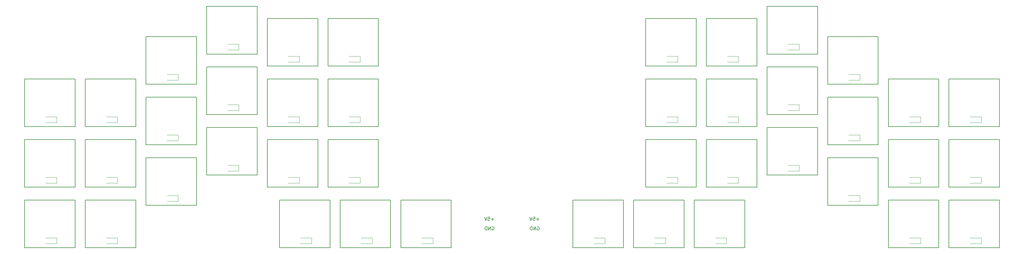
<source format=gbo>
G04 #@! TF.GenerationSoftware,KiCad,Pcbnew,7.0.5-0*
G04 #@! TF.CreationDate,2023-06-04T16:05:39+02:00*
G04 #@! TF.ProjectId,kbd,6b62642e-6b69-4636-9164-5f7063625858,v1.0.0*
G04 #@! TF.SameCoordinates,Original*
G04 #@! TF.FileFunction,Legend,Bot*
G04 #@! TF.FilePolarity,Positive*
%FSLAX46Y46*%
G04 Gerber Fmt 4.6, Leading zero omitted, Abs format (unit mm)*
G04 Created by KiCad (PCBNEW 7.0.5-0) date 2023-06-04 16:05:39*
%MOMM*%
%LPD*%
G01*
G04 APERTURE LIST*
%ADD10C,0.150000*%
%ADD11C,0.120000*%
G04 APERTURE END LIST*
D10*
X243298207Y-98673866D02*
X242536303Y-98673866D01*
X242917255Y-99054819D02*
X242917255Y-98292914D01*
X241583922Y-98054819D02*
X242060112Y-98054819D01*
X242060112Y-98054819D02*
X242107731Y-98531009D01*
X242107731Y-98531009D02*
X242060112Y-98483390D01*
X242060112Y-98483390D02*
X241964874Y-98435771D01*
X241964874Y-98435771D02*
X241726779Y-98435771D01*
X241726779Y-98435771D02*
X241631541Y-98483390D01*
X241631541Y-98483390D02*
X241583922Y-98531009D01*
X241583922Y-98531009D02*
X241536303Y-98626247D01*
X241536303Y-98626247D02*
X241536303Y-98864342D01*
X241536303Y-98864342D02*
X241583922Y-98959580D01*
X241583922Y-98959580D02*
X241631541Y-99007200D01*
X241631541Y-99007200D02*
X241726779Y-99054819D01*
X241726779Y-99054819D02*
X241964874Y-99054819D01*
X241964874Y-99054819D02*
X242060112Y-99007200D01*
X242060112Y-99007200D02*
X242107731Y-98959580D01*
X241250588Y-98054819D02*
X240917255Y-99054819D01*
X240917255Y-99054819D02*
X240583922Y-98054819D01*
X242774398Y-100902438D02*
X242869636Y-100854819D01*
X242869636Y-100854819D02*
X243012493Y-100854819D01*
X243012493Y-100854819D02*
X243155350Y-100902438D01*
X243155350Y-100902438D02*
X243250588Y-100997676D01*
X243250588Y-100997676D02*
X243298207Y-101092914D01*
X243298207Y-101092914D02*
X243345826Y-101283390D01*
X243345826Y-101283390D02*
X243345826Y-101426247D01*
X243345826Y-101426247D02*
X243298207Y-101616723D01*
X243298207Y-101616723D02*
X243250588Y-101711961D01*
X243250588Y-101711961D02*
X243155350Y-101807200D01*
X243155350Y-101807200D02*
X243012493Y-101854819D01*
X243012493Y-101854819D02*
X242917255Y-101854819D01*
X242917255Y-101854819D02*
X242774398Y-101807200D01*
X242774398Y-101807200D02*
X242726779Y-101759580D01*
X242726779Y-101759580D02*
X242726779Y-101426247D01*
X242726779Y-101426247D02*
X242917255Y-101426247D01*
X242298207Y-101854819D02*
X242298207Y-100854819D01*
X242298207Y-100854819D02*
X241726779Y-101854819D01*
X241726779Y-101854819D02*
X241726779Y-100854819D01*
X241250588Y-101854819D02*
X241250588Y-100854819D01*
X241250588Y-100854819D02*
X241012493Y-100854819D01*
X241012493Y-100854819D02*
X240869636Y-100902438D01*
X240869636Y-100902438D02*
X240774398Y-100997676D01*
X240774398Y-100997676D02*
X240726779Y-101092914D01*
X240726779Y-101092914D02*
X240679160Y-101283390D01*
X240679160Y-101283390D02*
X240679160Y-101426247D01*
X240679160Y-101426247D02*
X240726779Y-101616723D01*
X240726779Y-101616723D02*
X240774398Y-101711961D01*
X240774398Y-101711961D02*
X240869636Y-101807200D01*
X240869636Y-101807200D02*
X241012493Y-101854819D01*
X241012493Y-101854819D02*
X241250588Y-101854819D01*
X230053220Y-98673866D02*
X229291316Y-98673866D01*
X229672268Y-99054819D02*
X229672268Y-98292914D01*
X228338935Y-98054819D02*
X228815125Y-98054819D01*
X228815125Y-98054819D02*
X228862744Y-98531009D01*
X228862744Y-98531009D02*
X228815125Y-98483390D01*
X228815125Y-98483390D02*
X228719887Y-98435771D01*
X228719887Y-98435771D02*
X228481792Y-98435771D01*
X228481792Y-98435771D02*
X228386554Y-98483390D01*
X228386554Y-98483390D02*
X228338935Y-98531009D01*
X228338935Y-98531009D02*
X228291316Y-98626247D01*
X228291316Y-98626247D02*
X228291316Y-98864342D01*
X228291316Y-98864342D02*
X228338935Y-98959580D01*
X228338935Y-98959580D02*
X228386554Y-99007200D01*
X228386554Y-99007200D02*
X228481792Y-99054819D01*
X228481792Y-99054819D02*
X228719887Y-99054819D01*
X228719887Y-99054819D02*
X228815125Y-99007200D01*
X228815125Y-99007200D02*
X228862744Y-98959580D01*
X228005601Y-98054819D02*
X227672268Y-99054819D01*
X227672268Y-99054819D02*
X227338935Y-98054819D01*
X229529411Y-100902438D02*
X229624649Y-100854819D01*
X229624649Y-100854819D02*
X229767506Y-100854819D01*
X229767506Y-100854819D02*
X229910363Y-100902438D01*
X229910363Y-100902438D02*
X230005601Y-100997676D01*
X230005601Y-100997676D02*
X230053220Y-101092914D01*
X230053220Y-101092914D02*
X230100839Y-101283390D01*
X230100839Y-101283390D02*
X230100839Y-101426247D01*
X230100839Y-101426247D02*
X230053220Y-101616723D01*
X230053220Y-101616723D02*
X230005601Y-101711961D01*
X230005601Y-101711961D02*
X229910363Y-101807200D01*
X229910363Y-101807200D02*
X229767506Y-101854819D01*
X229767506Y-101854819D02*
X229672268Y-101854819D01*
X229672268Y-101854819D02*
X229529411Y-101807200D01*
X229529411Y-101807200D02*
X229481792Y-101759580D01*
X229481792Y-101759580D02*
X229481792Y-101426247D01*
X229481792Y-101426247D02*
X229672268Y-101426247D01*
X229053220Y-101854819D02*
X229053220Y-100854819D01*
X229053220Y-100854819D02*
X228481792Y-101854819D01*
X228481792Y-101854819D02*
X228481792Y-100854819D01*
X228005601Y-101854819D02*
X228005601Y-100854819D01*
X228005601Y-100854819D02*
X227767506Y-100854819D01*
X227767506Y-100854819D02*
X227624649Y-100902438D01*
X227624649Y-100902438D02*
X227529411Y-100997676D01*
X227529411Y-100997676D02*
X227481792Y-101092914D01*
X227481792Y-101092914D02*
X227434173Y-101283390D01*
X227434173Y-101283390D02*
X227434173Y-101426247D01*
X227434173Y-101426247D02*
X227481792Y-101616723D01*
X227481792Y-101616723D02*
X227529411Y-101711961D01*
X227529411Y-101711961D02*
X227624649Y-101807200D01*
X227624649Y-101807200D02*
X227767506Y-101854819D01*
X227767506Y-101854819D02*
X228005601Y-101854819D01*
G04 #@! TO.C,S13*
X163679992Y-75269836D02*
X163679992Y-89269836D01*
X163679992Y-89269836D02*
X178479992Y-89269836D01*
X178479992Y-75269836D02*
X163679992Y-75269836D01*
X178479992Y-89269836D02*
X178479992Y-75269836D01*
G04 #@! TO.C,S14*
X163679992Y-57499836D02*
X163679992Y-71499836D01*
X163679992Y-71499836D02*
X178479992Y-71499836D01*
X178479992Y-57499836D02*
X163679992Y-57499836D01*
X178479992Y-71499836D02*
X178479992Y-57499836D01*
G04 #@! TO.C,S34*
X292299992Y-75269836D02*
X292299992Y-89269836D01*
X292299992Y-89269836D02*
X307099992Y-89269836D01*
X307099992Y-75269836D02*
X292299992Y-75269836D01*
X307099992Y-89269836D02*
X307099992Y-75269836D01*
G04 #@! TO.C,S6*
X110369992Y-57499836D02*
X110369992Y-71499836D01*
X110369992Y-71499836D02*
X125169992Y-71499836D01*
X125169992Y-57499836D02*
X110369992Y-57499836D01*
X125169992Y-71499836D02*
X125169992Y-57499836D01*
G04 #@! TO.C,S7*
X128139992Y-80600836D02*
X128139992Y-94600836D01*
X128139992Y-94600836D02*
X142939992Y-94600836D01*
X142939992Y-80600836D02*
X128139992Y-80600836D01*
X142939992Y-94600836D02*
X142939992Y-80600836D01*
G04 #@! TO.C,S19*
X167233992Y-93039836D02*
X167233992Y-107039836D01*
X167233992Y-107039836D02*
X182033992Y-107039836D01*
X182033992Y-93039836D02*
X167233992Y-93039836D01*
X182033992Y-107039836D02*
X182033992Y-93039836D01*
G04 #@! TO.C,S9*
X128139992Y-45060836D02*
X128139992Y-59060836D01*
X128139992Y-59060836D02*
X142939992Y-59060836D01*
X142939992Y-45060836D02*
X128139992Y-45060836D01*
X142939992Y-59060836D02*
X142939992Y-45060836D01*
G04 #@! TO.C,S1*
X92599992Y-93039836D02*
X92599992Y-107039836D01*
X92599992Y-107039836D02*
X107399992Y-107039836D01*
X107399992Y-93039836D02*
X92599992Y-93039836D01*
X107399992Y-107039836D02*
X107399992Y-93039836D01*
G04 #@! TO.C,S11*
X145909992Y-53945836D02*
X145909992Y-67945836D01*
X145909992Y-67945836D02*
X160709992Y-67945836D01*
X160709992Y-53945836D02*
X145909992Y-53945836D01*
X160709992Y-67945836D02*
X160709992Y-53945836D01*
G04 #@! TO.C,S22*
X363379992Y-93039836D02*
X363379992Y-107039836D01*
X363379992Y-107039836D02*
X378179992Y-107039836D01*
X378179992Y-93039836D02*
X363379992Y-93039836D01*
X378179992Y-107039836D02*
X378179992Y-93039836D01*
G04 #@! TO.C,S36*
X292299992Y-39729836D02*
X292299992Y-53729836D01*
X292299992Y-53729836D02*
X307099992Y-53729836D01*
X307099992Y-39729836D02*
X292299992Y-39729836D01*
X307099992Y-53729836D02*
X307099992Y-39729836D01*
G04 #@! TO.C,S12*
X145909992Y-36175836D02*
X145909992Y-50175836D01*
X145909992Y-50175836D02*
X160709992Y-50175836D01*
X160709992Y-36175836D02*
X145909992Y-36175836D01*
X160709992Y-50175836D02*
X160709992Y-36175836D01*
G04 #@! TO.C,S40*
X288745992Y-93039836D02*
X288745992Y-107039836D01*
X288745992Y-107039836D02*
X303545992Y-107039836D01*
X303545992Y-93039836D02*
X288745992Y-93039836D01*
X303545992Y-107039836D02*
X303545992Y-93039836D01*
G04 #@! TO.C,S3*
X92599992Y-57499836D02*
X92599992Y-71499836D01*
X92599992Y-71499836D02*
X107399992Y-71499836D01*
X107399992Y-57499836D02*
X92599992Y-57499836D01*
X107399992Y-71499836D02*
X107399992Y-57499836D01*
G04 #@! TO.C,S15*
X163679992Y-39729836D02*
X163679992Y-53729836D01*
X163679992Y-53729836D02*
X178479992Y-53729836D01*
X178479992Y-39729836D02*
X163679992Y-39729836D01*
X178479992Y-53729836D02*
X178479992Y-39729836D01*
G04 #@! TO.C,S5*
X110369992Y-75269836D02*
X110369992Y-89269836D01*
X110369992Y-89269836D02*
X125169992Y-89269836D01*
X125169992Y-75269836D02*
X110369992Y-75269836D01*
X125169992Y-89269836D02*
X125169992Y-75269836D01*
G04 #@! TO.C,S10*
X145909992Y-71715836D02*
X145909992Y-85715836D01*
X145909992Y-85715836D02*
X160709992Y-85715836D01*
X160709992Y-71715836D02*
X145909992Y-71715836D01*
X160709992Y-85715836D02*
X160709992Y-71715836D01*
G04 #@! TO.C,S30*
X327839992Y-45060836D02*
X327839992Y-59060836D01*
X327839992Y-59060836D02*
X342639992Y-59060836D01*
X342639992Y-45060836D02*
X327839992Y-45060836D01*
X342639992Y-59060836D02*
X342639992Y-45060836D01*
G04 #@! TO.C,S20*
X185003992Y-93039836D02*
X185003992Y-107039836D01*
X185003992Y-107039836D02*
X199803992Y-107039836D01*
X199803992Y-93039836D02*
X185003992Y-93039836D01*
X199803992Y-107039836D02*
X199803992Y-93039836D01*
G04 #@! TO.C,S42*
X253205992Y-93039836D02*
X253205992Y-107039836D01*
X253205992Y-107039836D02*
X268005992Y-107039836D01*
X268005992Y-93039836D02*
X253205992Y-93039836D01*
X268005992Y-107039836D02*
X268005992Y-93039836D01*
G04 #@! TO.C,S28*
X327839992Y-80600836D02*
X327839992Y-94600836D01*
X327839992Y-94600836D02*
X342639992Y-94600836D01*
X342639992Y-80600836D02*
X327839992Y-80600836D01*
X342639992Y-94600836D02*
X342639992Y-80600836D01*
G04 #@! TO.C,S33*
X310069992Y-36175836D02*
X310069992Y-50175836D01*
X310069992Y-50175836D02*
X324869992Y-50175836D01*
X324869992Y-36175836D02*
X310069992Y-36175836D01*
X324869992Y-50175836D02*
X324869992Y-36175836D01*
G04 #@! TO.C,S32*
X310069992Y-53945836D02*
X310069992Y-67945836D01*
X310069992Y-67945836D02*
X324869992Y-67945836D01*
X324869992Y-53945836D02*
X310069992Y-53945836D01*
X324869992Y-67945836D02*
X324869992Y-53945836D01*
G04 #@! TO.C,S25*
X345609992Y-93039836D02*
X345609992Y-107039836D01*
X345609992Y-107039836D02*
X360409992Y-107039836D01*
X360409992Y-93039836D02*
X345609992Y-93039836D01*
X360409992Y-107039836D02*
X360409992Y-93039836D01*
G04 #@! TO.C,S4*
X110369992Y-93039836D02*
X110369992Y-107039836D01*
X110369992Y-107039836D02*
X125169992Y-107039836D01*
X125169992Y-93039836D02*
X110369992Y-93039836D01*
X125169992Y-107039836D02*
X125169992Y-93039836D01*
G04 #@! TO.C,S21*
X202773992Y-93039836D02*
X202773992Y-107039836D01*
X202773992Y-107039836D02*
X217573992Y-107039836D01*
X217573992Y-93039836D02*
X202773992Y-93039836D01*
X217573992Y-107039836D02*
X217573992Y-93039836D01*
G04 #@! TO.C,S16*
X181449992Y-75269836D02*
X181449992Y-89269836D01*
X181449992Y-89269836D02*
X196249992Y-89269836D01*
X196249992Y-75269836D02*
X181449992Y-75269836D01*
X196249992Y-89269836D02*
X196249992Y-75269836D01*
G04 #@! TO.C,S41*
X270975992Y-93039836D02*
X270975992Y-107039836D01*
X270975992Y-107039836D02*
X285775992Y-107039836D01*
X285775992Y-93039836D02*
X270975992Y-93039836D01*
X285775992Y-107039836D02*
X285775992Y-93039836D01*
G04 #@! TO.C,S23*
X363379992Y-75269836D02*
X363379992Y-89269836D01*
X363379992Y-89269836D02*
X378179992Y-89269836D01*
X378179992Y-75269836D02*
X363379992Y-75269836D01*
X378179992Y-89269836D02*
X378179992Y-75269836D01*
G04 #@! TO.C,S2*
X92599992Y-75269836D02*
X92599992Y-89269836D01*
X92599992Y-89269836D02*
X107399992Y-89269836D01*
X107399992Y-75269836D02*
X92599992Y-75269836D01*
X107399992Y-89269836D02*
X107399992Y-75269836D01*
G04 #@! TO.C,S38*
X274529992Y-57499836D02*
X274529992Y-71499836D01*
X274529992Y-71499836D02*
X289329992Y-71499836D01*
X289329992Y-57499836D02*
X274529992Y-57499836D01*
X289329992Y-71499836D02*
X289329992Y-57499836D01*
G04 #@! TO.C,S27*
X345609992Y-57499836D02*
X345609992Y-71499836D01*
X345609992Y-71499836D02*
X360409992Y-71499836D01*
X360409992Y-57499836D02*
X345609992Y-57499836D01*
X360409992Y-71499836D02*
X360409992Y-57499836D01*
G04 #@! TO.C,S8*
X128139992Y-62830836D02*
X128139992Y-76830836D01*
X128139992Y-76830836D02*
X142939992Y-76830836D01*
X142939992Y-62830836D02*
X128139992Y-62830836D01*
X142939992Y-76830836D02*
X142939992Y-62830836D01*
G04 #@! TO.C,S29*
X327839992Y-62830836D02*
X327839992Y-76830836D01*
X327839992Y-76830836D02*
X342639992Y-76830836D01*
X342639992Y-62830836D02*
X327839992Y-62830836D01*
X342639992Y-76830836D02*
X342639992Y-62830836D01*
G04 #@! TO.C,S35*
X292299992Y-57499836D02*
X292299992Y-71499836D01*
X292299992Y-71499836D02*
X307099992Y-71499836D01*
X307099992Y-57499836D02*
X292299992Y-57499836D01*
X307099992Y-71499836D02*
X307099992Y-57499836D01*
G04 #@! TO.C,S24*
X363379992Y-57499836D02*
X363379992Y-71499836D01*
X363379992Y-71499836D02*
X378179992Y-71499836D01*
X378179992Y-57499836D02*
X363379992Y-57499836D01*
X378179992Y-71499836D02*
X378179992Y-57499836D01*
G04 #@! TO.C,S37*
X274529992Y-75269836D02*
X274529992Y-89269836D01*
X274529992Y-89269836D02*
X289329992Y-89269836D01*
X289329992Y-75269836D02*
X274529992Y-75269836D01*
X289329992Y-89269836D02*
X289329992Y-75269836D01*
G04 #@! TO.C,S39*
X274529992Y-39729836D02*
X274529992Y-53729836D01*
X274529992Y-53729836D02*
X289329992Y-53729836D01*
X289329992Y-39729836D02*
X274529992Y-39729836D01*
X289329992Y-53729836D02*
X289329992Y-39729836D01*
G04 #@! TO.C,S26*
X345609992Y-75269836D02*
X345609992Y-89269836D01*
X345609992Y-89269836D02*
X360409992Y-89269836D01*
X360409992Y-75269836D02*
X345609992Y-75269836D01*
X360409992Y-89269836D02*
X360409992Y-75269836D01*
G04 #@! TO.C,S18*
X181449992Y-39729836D02*
X181449992Y-53729836D01*
X181449992Y-53729836D02*
X196249992Y-53729836D01*
X196249992Y-39729836D02*
X181449992Y-39729836D01*
X196249992Y-53729836D02*
X196249992Y-39729836D01*
G04 #@! TO.C,S17*
X181449992Y-57499836D02*
X181449992Y-71499836D01*
X181449992Y-71499836D02*
X196249992Y-71499836D01*
X196249992Y-57499836D02*
X181449992Y-57499836D01*
X196249992Y-71499836D02*
X196249992Y-57499836D01*
G04 #@! TO.C,S31*
X310069992Y-71715836D02*
X310069992Y-85715836D01*
X310069992Y-85715836D02*
X324869992Y-85715836D01*
X324869992Y-71715836D02*
X310069992Y-71715836D01*
X324869992Y-85715836D02*
X324869992Y-71715836D01*
D11*
G04 #@! TO.C,D33*
X319480000Y-48986000D02*
X316220000Y-48986000D01*
X319480000Y-47286000D02*
X319480000Y-48986000D01*
X319480000Y-47286000D02*
X316220000Y-47286000D01*
G04 #@! TO.C,D5*
X119780000Y-88080000D02*
X116520000Y-88080000D01*
X119780000Y-86380000D02*
X119780000Y-88080000D01*
X119780000Y-86380000D02*
X116520000Y-86380000D01*
G04 #@! TO.C,D3*
X102010000Y-70310000D02*
X98750000Y-70310000D01*
X102010000Y-68610000D02*
X102010000Y-70310000D01*
X102010000Y-68610000D02*
X98750000Y-68610000D01*
G04 #@! TO.C,D7*
X137550000Y-93411000D02*
X134290000Y-93411000D01*
X137550000Y-91711000D02*
X137550000Y-93411000D01*
X137550000Y-91711000D02*
X134290000Y-91711000D01*
G04 #@! TO.C,D20*
X194414000Y-105850000D02*
X191154000Y-105850000D01*
X194414000Y-104150000D02*
X194414000Y-105850000D01*
X194414000Y-104150000D02*
X191154000Y-104150000D01*
G04 #@! TO.C,D27*
X355020000Y-70310000D02*
X351760000Y-70310000D01*
X355020000Y-68610000D02*
X355020000Y-70310000D01*
X355020000Y-68610000D02*
X351760000Y-68610000D01*
G04 #@! TO.C,D18*
X190860000Y-52540000D02*
X187600000Y-52540000D01*
X190860000Y-50840000D02*
X190860000Y-52540000D01*
X190860000Y-50840000D02*
X187600000Y-50840000D01*
G04 #@! TO.C,D35*
X301710000Y-70310000D02*
X298450000Y-70310000D01*
X301710000Y-68610000D02*
X301710000Y-70310000D01*
X301710000Y-68610000D02*
X298450000Y-68610000D01*
G04 #@! TO.C,D31*
X319480000Y-84526000D02*
X316220000Y-84526000D01*
X319480000Y-82826000D02*
X319480000Y-84526000D01*
X319480000Y-82826000D02*
X316220000Y-82826000D01*
G04 #@! TO.C,D15*
X173090000Y-52540000D02*
X169830000Y-52540000D01*
X173090000Y-50840000D02*
X173090000Y-52540000D01*
X173090000Y-50840000D02*
X169830000Y-50840000D01*
G04 #@! TO.C,D24*
X372790000Y-70310000D02*
X369530000Y-70310000D01*
X372790000Y-68610000D02*
X372790000Y-70310000D01*
X372790000Y-68610000D02*
X369530000Y-68610000D01*
G04 #@! TO.C,D16*
X190860000Y-88080000D02*
X187600000Y-88080000D01*
X190860000Y-86380000D02*
X190860000Y-88080000D01*
X190860000Y-86380000D02*
X187600000Y-86380000D01*
G04 #@! TO.C,D9*
X137550000Y-57871000D02*
X134290000Y-57871000D01*
X137550000Y-56171000D02*
X137550000Y-57871000D01*
X137550000Y-56171000D02*
X134290000Y-56171000D01*
G04 #@! TO.C,D34*
X301710000Y-88080000D02*
X298450000Y-88080000D01*
X301710000Y-86380000D02*
X301710000Y-88080000D01*
X301710000Y-86380000D02*
X298450000Y-86380000D01*
G04 #@! TO.C,D23*
X372790000Y-88080000D02*
X369530000Y-88080000D01*
X372790000Y-86380000D02*
X372790000Y-88080000D01*
X372790000Y-86380000D02*
X369530000Y-86380000D01*
G04 #@! TO.C,D8*
X137550000Y-75641000D02*
X134290000Y-75641000D01*
X137550000Y-73941000D02*
X137550000Y-75641000D01*
X137550000Y-73941000D02*
X134290000Y-73941000D01*
G04 #@! TO.C,D21*
X212184000Y-105850000D02*
X208924000Y-105850000D01*
X212184000Y-104150000D02*
X212184000Y-105850000D01*
X212184000Y-104150000D02*
X208924000Y-104150000D01*
G04 #@! TO.C,D13*
X173090000Y-88080000D02*
X169830000Y-88080000D01*
X173090000Y-86380000D02*
X173090000Y-88080000D01*
X173090000Y-86380000D02*
X169830000Y-86380000D01*
G04 #@! TO.C,D1*
X102010000Y-105850000D02*
X98750000Y-105850000D01*
X102010000Y-104150000D02*
X102010000Y-105850000D01*
X102010000Y-104150000D02*
X98750000Y-104150000D01*
G04 #@! TO.C,D4*
X119780000Y-105850000D02*
X116520000Y-105850000D01*
X119780000Y-104150000D02*
X119780000Y-105850000D01*
X119780000Y-104150000D02*
X116520000Y-104150000D01*
G04 #@! TO.C,D6*
X119780000Y-70310000D02*
X116520000Y-70310000D01*
X119780000Y-68610000D02*
X119780000Y-70310000D01*
X119780000Y-68610000D02*
X116520000Y-68610000D01*
G04 #@! TO.C,D14*
X173090000Y-70310000D02*
X169830000Y-70310000D01*
X173090000Y-68610000D02*
X173090000Y-70310000D01*
X173090000Y-68610000D02*
X169830000Y-68610000D01*
G04 #@! TO.C,D29*
X337250000Y-75641000D02*
X333990000Y-75641000D01*
X337250000Y-73941000D02*
X337250000Y-75641000D01*
X337250000Y-73941000D02*
X333990000Y-73941000D01*
G04 #@! TO.C,D25*
X355020000Y-105850000D02*
X351760000Y-105850000D01*
X355020000Y-104150000D02*
X355020000Y-105850000D01*
X355020000Y-104150000D02*
X351760000Y-104150000D01*
G04 #@! TO.C,D30*
X337250000Y-57871000D02*
X333990000Y-57871000D01*
X337250000Y-56171000D02*
X337250000Y-57871000D01*
X337250000Y-56171000D02*
X333990000Y-56171000D01*
G04 #@! TO.C,D22*
X372790000Y-105850000D02*
X369530000Y-105850000D01*
X372790000Y-104150000D02*
X372790000Y-105850000D01*
X372790000Y-104150000D02*
X369530000Y-104150000D01*
G04 #@! TO.C,D32*
X319480000Y-66756000D02*
X316220000Y-66756000D01*
X319480000Y-65056000D02*
X319480000Y-66756000D01*
X319480000Y-65056000D02*
X316220000Y-65056000D01*
G04 #@! TO.C,D10*
X155320000Y-84526000D02*
X152060000Y-84526000D01*
X155320000Y-82826000D02*
X155320000Y-84526000D01*
X155320000Y-82826000D02*
X152060000Y-82826000D01*
G04 #@! TO.C,D19*
X176644000Y-105850000D02*
X173384000Y-105850000D01*
X176644000Y-104150000D02*
X176644000Y-105850000D01*
X176644000Y-104150000D02*
X173384000Y-104150000D01*
G04 #@! TO.C,D37*
X283940000Y-88080000D02*
X280680000Y-88080000D01*
X283940000Y-86380000D02*
X283940000Y-88080000D01*
X283940000Y-86380000D02*
X280680000Y-86380000D01*
G04 #@! TO.C,D38*
X283940000Y-70310000D02*
X280680000Y-70310000D01*
X283940000Y-68610000D02*
X283940000Y-70310000D01*
X283940000Y-68610000D02*
X280680000Y-68610000D01*
G04 #@! TO.C,D39*
X283940000Y-52540000D02*
X280680000Y-52540000D01*
X283940000Y-50840000D02*
X283940000Y-52540000D01*
X283940000Y-50840000D02*
X280680000Y-50840000D01*
G04 #@! TO.C,D40*
X298156000Y-105850000D02*
X294896000Y-105850000D01*
X298156000Y-104150000D02*
X298156000Y-105850000D01*
X298156000Y-104150000D02*
X294896000Y-104150000D01*
G04 #@! TO.C,D26*
X355020000Y-88080000D02*
X351760000Y-88080000D01*
X355020000Y-86380000D02*
X355020000Y-88080000D01*
X355020000Y-86380000D02*
X351760000Y-86380000D01*
G04 #@! TO.C,D12*
X155320000Y-48986000D02*
X152060000Y-48986000D01*
X155320000Y-47286000D02*
X155320000Y-48986000D01*
X155320000Y-47286000D02*
X152060000Y-47286000D01*
G04 #@! TO.C,D36*
X301710000Y-52540000D02*
X298450000Y-52540000D01*
X301710000Y-50840000D02*
X301710000Y-52540000D01*
X301710000Y-50840000D02*
X298450000Y-50840000D01*
G04 #@! TO.C,D2*
X102010000Y-88080000D02*
X98750000Y-88080000D01*
X102010000Y-86380000D02*
X102010000Y-88080000D01*
X102010000Y-86380000D02*
X98750000Y-86380000D01*
G04 #@! TO.C,D42*
X262616000Y-105850000D02*
X259356000Y-105850000D01*
X262616000Y-104150000D02*
X262616000Y-105850000D01*
X262616000Y-104150000D02*
X259356000Y-104150000D01*
G04 #@! TO.C,D17*
X190860000Y-70310000D02*
X187600000Y-70310000D01*
X190860000Y-68610000D02*
X190860000Y-70310000D01*
X190860000Y-68610000D02*
X187600000Y-68610000D01*
G04 #@! TO.C,D41*
X280386000Y-105850000D02*
X277126000Y-105850000D01*
X280386000Y-104150000D02*
X280386000Y-105850000D01*
X280386000Y-104150000D02*
X277126000Y-104150000D01*
G04 #@! TO.C,D28*
X337250000Y-93411000D02*
X333990000Y-93411000D01*
X337250000Y-91711000D02*
X337250000Y-93411000D01*
X337250000Y-91711000D02*
X333990000Y-91711000D01*
G04 #@! TO.C,D11*
X155320000Y-66756000D02*
X152060000Y-66756000D01*
X155320000Y-65056000D02*
X155320000Y-66756000D01*
X155320000Y-65056000D02*
X152060000Y-65056000D01*
G04 #@! TD*
M02*

</source>
